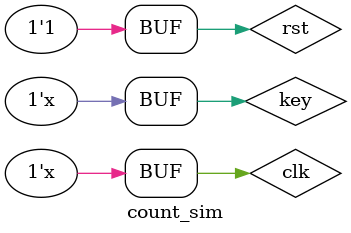
<source format=v>
`timescale 1ns / 1ps


module count_sim;
    reg clk, rst, key;
    wire [7:0] led;
    wire [5:0] sel;
    
    count uut(
        .clk(clk),
        .key(key),
        .rst(rst),
        .led(led),
        .sel(sel)
        );
    
    initial begin
        rst = 0;
        clk = 0;
        key = 1;
        
        #10
        rst = 1;
    end
    
    always #1 clk = !clk;
    always #20 key = !key;
    

endmodule

</source>
